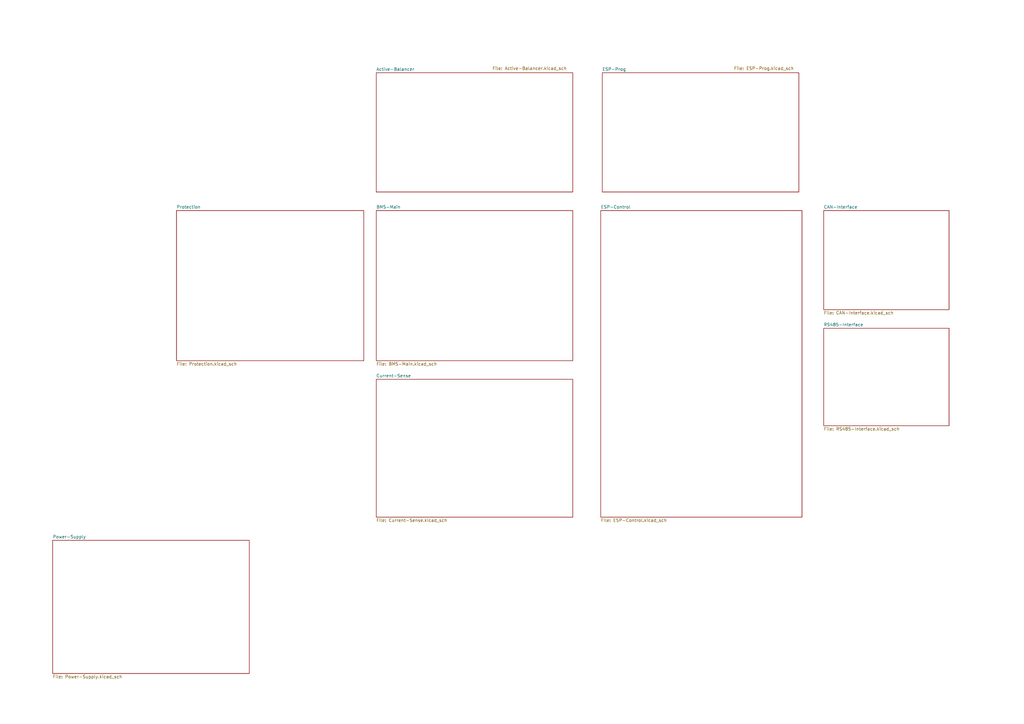
<source format=kicad_sch>
(kicad_sch (version 20211123) (generator eeschema)
  (paper "A3")
  (title_block (title "Think-City-BMS") (date "2021-05-21") (rev "0.0.1") (company "the78mole") (comment 1 "Author: Daniel Glaser"))
  (lib_symbols)
  (sheet (at 337.82 86.36) (size 51.435 40.64) (stroke (width 0.1524))
    (property "Sheet name" "CAN-Interface" (at 337.82 85.6484 0) (effects (justify left bottom)))
    (property "Sheet file" "CAN-Interface.kicad_sch" (at 337.82 127.5846 0) (effects (justify left top)))
  )
  (sheet (at 154.305 86.36) (size 80.645 61.595) (stroke (width 0.1524))
    (property "Sheet name" "BMS-Main" (at 154.305 85.6484 0) (effects (justify left bottom)))
    (property "Sheet file" "BMS-Main.kicad_sch" (at 154.305 148.5396 0) (effects (justify left top)))
  )
  (sheet (at 154.305 29.845) (size 80.645 48.895) (stroke (width 0.1524))
    (property "Sheet name" "Active-Balancer" (at 154.305 29.1334 0) (effects (justify left bottom)))
    (property "Sheet file" "Active-Balancer.kicad_sch" (at 201.93 27.305 0) (effects (justify left top)))
  )
  (sheet (at 247.015 29.845) (size 80.645 48.895) (stroke (width 0.1524))
    (property "Sheet name" "ESP-Prog" (at 247.015 29.1334 0) (effects (justify left bottom)))
    (property "Sheet file" "ESP-Prog.kicad_sch" (at 300.99 27.305 0) (effects (justify left top)))
  )
  (sheet (at 154.305 155.575) (size 80.645 56.515) (stroke (width 0.1524))
    (property "Sheet name" "Current-Sense" (at 154.305 154.8634 0) (effects (justify left bottom)))
    (property "Sheet file" "Current-Sense.kicad_sch" (at 154.305 212.6746 0) (effects (justify left top)))
  )
  (sheet (at 21.59 221.615) (size 80.645 54.61) (stroke (width 0.1524))
    (property "Sheet name" "Power-Supply" (at 21.59 220.9034 0) (effects (justify left bottom)))
    (property "Sheet file" "Power-Supply.kicad_sch" (at 21.59 276.8096 0) (effects (justify left top)))
  )
  (sheet (at 246.38 86.36) (size 82.55 125.73) (stroke (width 0.1524))
    (property "Sheet name" "ESP-Control" (at 246.38 85.6484 0) (effects (justify left bottom)))
    (property "Sheet file" "ESP-Control.kicad_sch" (at 246.38 212.6746 0) (effects (justify left top)))
  )
  (sheet (at 337.82 134.62) (size 51.435 40.005) (stroke (width 0.1524))
    (property "Sheet name" "RS485-Interface" (at 337.82 133.9084 0) (effects (justify left bottom)))
    (property "Sheet file" "RS485-Interface.kicad_sch" (at 337.82 175.2096 0) (effects (justify left top)))
  )
  (sheet (at 72.39 86.36) (size 76.835 61.595) (stroke (width 0.1524))
    (property "Sheet name" "Protection" (at 72.39 85.6484 0) (effects (justify left bottom)))
    (property "Sheet file" "Protection.kicad_sch" (at 72.39 148.5396 0) (effects (justify left top)))
  )
)
</source>
